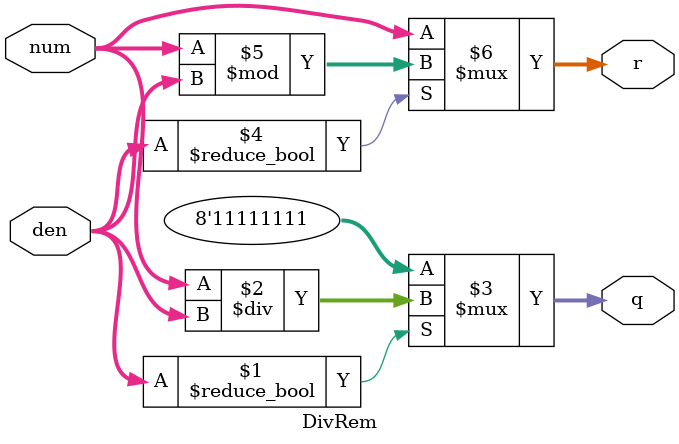
<source format=sv>
module DivRem(
    input [7:0] num, den,
    output [7:0] q, r
);
    // 添加除零保护
    assign q = (den != 0) ? num / den : 8'hFF;
    assign r = (den != 0) ? num % den : num;
endmodule
</source>
